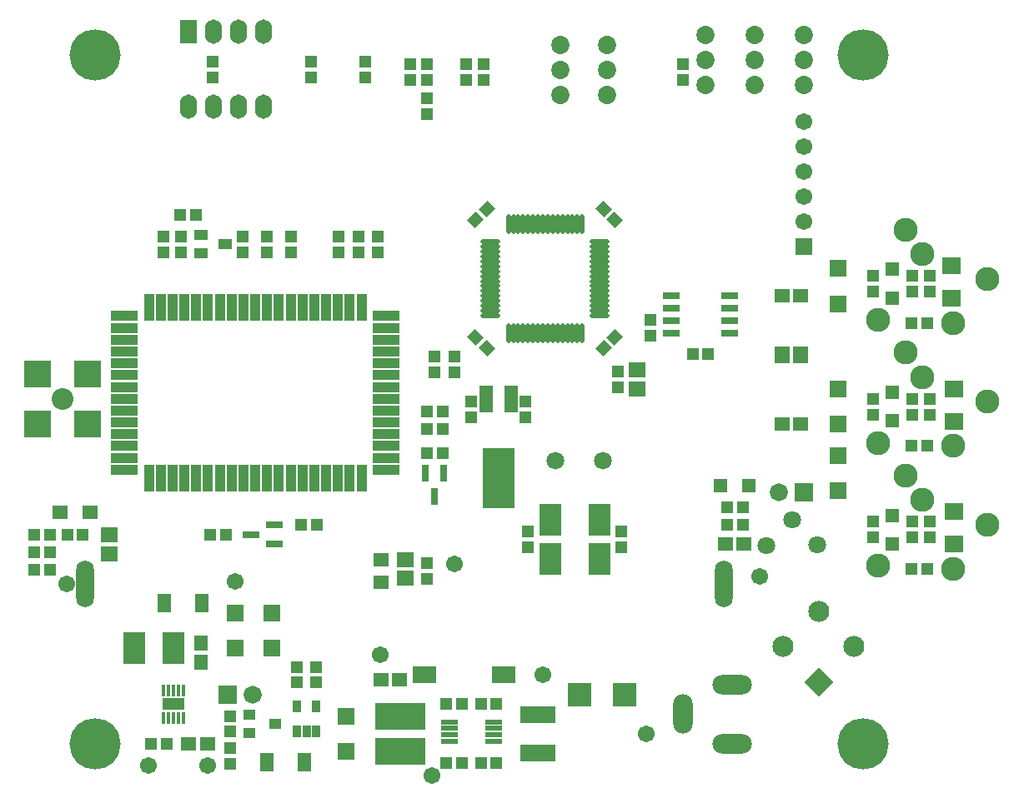
<source format=gts>
G04 Layer_Color=8388736*
%FSTAX24Y24*%
%MOIN*%
G70*
G01*
G75*
%ADD98R,0.0454X0.0474*%
%ADD99R,0.0592X0.0580*%
%ADD100R,0.0474X0.0454*%
%ADD101R,0.0552X0.0552*%
%ADD102R,0.0592X0.0671*%
%ADD103R,0.0690X0.0671*%
%ADD104R,0.0630X0.0580*%
%ADD105R,0.0671X0.0592*%
%ADD106R,0.0730X0.0680*%
%ADD107C,0.0671*%
%ADD108R,0.0946X0.0690*%
%ADD109R,0.0552X0.0552*%
%ADD110R,0.0980X0.0980*%
%ADD111R,0.1434X0.0678*%
%ADD112R,0.0671X0.0237*%
%ADD113R,0.2009X0.1084*%
%ADD114R,0.0336X0.0474*%
%ADD115R,0.0552X0.0730*%
%ADD116R,0.0178X0.0474*%
%ADD117R,0.0178X0.0474*%
%ADD118R,0.0867X0.0474*%
%ADD119R,0.0474X0.0395*%
%ADD120R,0.0580X0.0592*%
%ADD121R,0.0690X0.0316*%
%ADD122R,0.0867X0.1261*%
%ADD123R,0.0395X0.1064*%
%ADD124R,0.1064X0.0395*%
%ADD125R,0.0552X0.0415*%
G04:AMPARAMS|DCode=126|XSize=45.4mil|YSize=47.4mil|CornerRadius=0mil|HoleSize=0mil|Usage=FLASHONLY|Rotation=45.000|XOffset=0mil|YOffset=0mil|HoleType=Round|Shape=Rectangle|*
%AMROTATEDRECTD126*
4,1,4,0.0007,-0.0328,-0.0328,0.0007,-0.0007,0.0328,0.0328,-0.0007,0.0007,-0.0328,0.0*
%
%ADD126ROTATEDRECTD126*%

G04:AMPARAMS|DCode=127|XSize=45.4mil|YSize=47.4mil|CornerRadius=0mil|HoleSize=0mil|Usage=FLASHONLY|Rotation=315.000|XOffset=0mil|YOffset=0mil|HoleType=Round|Shape=Rectangle|*
%AMROTATEDRECTD127*
4,1,4,-0.0328,-0.0007,0.0007,0.0328,0.0328,0.0007,-0.0007,-0.0328,-0.0328,-0.0007,0.0*
%
%ADD127ROTATEDRECTD127*%

%ADD128O,0.0789X0.0198*%
%ADD129O,0.0198X0.0789*%
%ADD130R,0.0316X0.0690*%
%ADD131R,0.0530X0.1064*%
%ADD132R,0.1261X0.2442*%
%ADD133R,0.0671X0.0277*%
%ADD134R,0.0720X0.0720*%
%ADD135C,0.0720*%
%ADD136C,0.0867*%
%ADD137R,0.1064X0.1064*%
%ADD138R,0.1064X0.1064*%
%ADD139C,0.0730*%
%ADD140C,0.2049*%
%ADD141O,0.0781X0.1580*%
%ADD142O,0.1580X0.0781*%
%ADD143P,0.1188X4X90.0*%
%ADD144C,0.0840*%
%ADD145C,0.0966*%
G04:AMPARAMS|DCode=146|XSize=71mil|YSize=71mil|CornerRadius=35.5mil|HoleSize=0mil|Usage=FLASHONLY|Rotation=90.000|XOffset=0mil|YOffset=0mil|HoleType=Round|Shape=RoundedRectangle|*
%AMROUNDEDRECTD146*
21,1,0.0710,0.0000,0,0,90.0*
21,1,0.0000,0.0710,0,0,90.0*
1,1,0.0710,0.0000,0.0000*
1,1,0.0710,0.0000,0.0000*
1,1,0.0710,0.0000,0.0000*
1,1,0.0710,0.0000,0.0000*
%
%ADD146ROUNDEDRECTD146*%
%ADD147R,0.0671X0.0671*%
%ADD148O,0.0680X0.0980*%
%ADD149R,0.0680X0.0980*%
%ADD150C,0.0710*%
%ADD151O,0.0710X0.1891*%
D98*
X256496Y194862D02*
D03*
Y195492D02*
D03*
X255512Y194862D02*
D03*
Y195492D02*
D03*
X260138Y195492D02*
D03*
Y194862D02*
D03*
X25935Y194862D02*
D03*
Y195492D02*
D03*
X260925Y194862D02*
D03*
Y195492D02*
D03*
X25502Y175669D02*
D03*
Y176299D02*
D03*
X262894Y182402D02*
D03*
Y181772D02*
D03*
X282972Y188366D02*
D03*
Y188996D02*
D03*
X282283Y188996D02*
D03*
Y188366D02*
D03*
X280709Y188996D02*
D03*
Y188366D02*
D03*
X282972Y183445D02*
D03*
Y184075D02*
D03*
X282283D02*
D03*
Y183445D02*
D03*
X280709Y184075D02*
D03*
Y183445D02*
D03*
X282972Y193287D02*
D03*
Y193917D02*
D03*
X282283Y193917D02*
D03*
Y193287D02*
D03*
X280709Y193917D02*
D03*
Y193287D02*
D03*
X258465Y177638D02*
D03*
Y178268D02*
D03*
X257677Y177638D02*
D03*
Y178268D02*
D03*
X25502Y17439D02*
D03*
Y17502D02*
D03*
X252362Y194862D02*
D03*
Y195492D02*
D03*
X253051Y194862D02*
D03*
Y195492D02*
D03*
X257441Y194843D02*
D03*
Y195472D02*
D03*
X254331Y20248D02*
D03*
Y20185D02*
D03*
X260433Y20248D02*
D03*
Y20185D02*
D03*
X258268Y20248D02*
D03*
Y20185D02*
D03*
X262205Y202382D02*
D03*
Y201752D02*
D03*
X262894Y201752D02*
D03*
Y202382D02*
D03*
Y200374D02*
D03*
Y201004D02*
D03*
X265157Y201752D02*
D03*
Y202382D02*
D03*
X264468Y201752D02*
D03*
Y202382D02*
D03*
X263189Y190669D02*
D03*
Y190039D02*
D03*
X263976Y190039D02*
D03*
Y190669D02*
D03*
X266929Y183681D02*
D03*
Y183051D02*
D03*
X270669Y183051D02*
D03*
Y183681D02*
D03*
X266831Y188268D02*
D03*
Y188898D02*
D03*
X264665Y188268D02*
D03*
Y188898D02*
D03*
X271811Y191535D02*
D03*
Y192165D02*
D03*
X270512Y189449D02*
D03*
Y190079D02*
D03*
X27313Y201752D02*
D03*
Y202382D02*
D03*
D99*
X274821Y183172D02*
D03*
X275569D02*
D03*
X277084Y187995D02*
D03*
X277833Y187995D02*
D03*
X277084Y193113D02*
D03*
X277833D02*
D03*
X261041Y177759D02*
D03*
X261789D02*
D03*
X253364Y1752D02*
D03*
X254112D02*
D03*
X249409Y184449D02*
D03*
X248228D02*
D03*
D100*
X275512Y183957D02*
D03*
X274882D02*
D03*
X275512Y184646D02*
D03*
X274882Y184646D02*
D03*
X282264Y187106D02*
D03*
X282894D02*
D03*
X282264Y182185D02*
D03*
X282894D02*
D03*
X282264Y192028D02*
D03*
X282894D02*
D03*
X265039Y176772D02*
D03*
X265669D02*
D03*
X263661Y174409D02*
D03*
X264291D02*
D03*
X265039D02*
D03*
X265669D02*
D03*
X263661Y176772D02*
D03*
X264291D02*
D03*
X25248Y175197D02*
D03*
X25185D02*
D03*
X247815Y182165D02*
D03*
X247185D02*
D03*
X247815Y182854D02*
D03*
X247185Y182854D02*
D03*
X247815Y183543D02*
D03*
X247185Y183543D02*
D03*
X249134Y183563D02*
D03*
X248504D02*
D03*
X254843D02*
D03*
X254213D02*
D03*
X258484Y183957D02*
D03*
X257854D02*
D03*
X253031Y196358D02*
D03*
X253661D02*
D03*
X274134Y190787D02*
D03*
X273504D02*
D03*
X262874Y186811D02*
D03*
X263504D02*
D03*
X263504Y187795D02*
D03*
X262874D02*
D03*
X263504Y188484D02*
D03*
X262874D02*
D03*
D101*
X275768Y185532D02*
D03*
X274626Y185532D02*
D03*
D102*
X277084Y190751D02*
D03*
X277833D02*
D03*
D103*
X279331Y194213D02*
D03*
Y192795D02*
D03*
Y185315D02*
D03*
Y186732D02*
D03*
Y18939D02*
D03*
Y187972D02*
D03*
X259646Y176299D02*
D03*
Y174882D02*
D03*
X256693Y179016D02*
D03*
Y180433D02*
D03*
X255217D02*
D03*
Y179016D02*
D03*
D104*
X261044Y182537D02*
D03*
Y181637D02*
D03*
D105*
X262011Y182561D02*
D03*
Y181813D02*
D03*
X2502Y183545D02*
D03*
Y182797D02*
D03*
X271302Y19014D02*
D03*
Y189392D02*
D03*
D106*
X283858Y194312D02*
D03*
Y193012D02*
D03*
X283957Y184469D02*
D03*
X283957Y183169D02*
D03*
Y189391D02*
D03*
Y188091D02*
D03*
D107*
X263086Y173919D02*
D03*
X255212Y181694D02*
D03*
X263972Y182383D02*
D03*
X271654Y175591D02*
D03*
X267515Y177954D02*
D03*
X261019Y178742D02*
D03*
X251767Y174312D02*
D03*
X254129D02*
D03*
X248499Y181596D02*
D03*
X27618Y181885D02*
D03*
X277953Y196079D02*
D03*
Y197079D02*
D03*
Y198079D02*
D03*
Y199079D02*
D03*
Y200079D02*
D03*
D108*
X262795Y177953D02*
D03*
X265945D02*
D03*
D109*
X281496Y189252D02*
D03*
X281496Y18811D02*
D03*
X281496Y184331D02*
D03*
X281496Y183189D02*
D03*
X281496Y194173D02*
D03*
X281496Y193032D02*
D03*
D110*
X270782Y177165D02*
D03*
X268982D02*
D03*
D111*
X267323Y176364D02*
D03*
Y174817D02*
D03*
D112*
X26378Y176063D02*
D03*
Y175807D02*
D03*
Y175551D02*
D03*
X26378Y175295D02*
D03*
X265551Y176063D02*
D03*
Y175807D02*
D03*
Y175551D02*
D03*
Y175295D02*
D03*
D113*
X261811Y176289D02*
D03*
Y174892D02*
D03*
D114*
X258445Y175669D02*
D03*
X258071D02*
D03*
X257697D02*
D03*
X258445Y176693D02*
D03*
X257697D02*
D03*
D115*
X256494Y174449D02*
D03*
X257994D02*
D03*
X2539Y180807D02*
D03*
X2524D02*
D03*
D116*
X252362Y177323D02*
D03*
X252953D02*
D03*
X252559D02*
D03*
Y17622D02*
D03*
X252756D02*
D03*
X252953D02*
D03*
X25315D02*
D03*
X252756Y177323D02*
D03*
X252362Y17622D02*
D03*
D117*
X25315Y177323D02*
D03*
D118*
X252756Y176772D02*
D03*
D119*
X256811Y175984D02*
D03*
X255787Y17561D02*
D03*
Y176358D02*
D03*
D120*
X253841Y179215D02*
D03*
Y178467D02*
D03*
D121*
X255837Y183563D02*
D03*
X256791Y183937D02*
D03*
Y183189D02*
D03*
D122*
X252756Y179035D02*
D03*
X251181D02*
D03*
X269783Y182579D02*
D03*
X269783Y184154D02*
D03*
X267815D02*
D03*
Y182579D02*
D03*
D123*
X260276Y192638D02*
D03*
X259803D02*
D03*
X259331D02*
D03*
X258858D02*
D03*
X258386D02*
D03*
X257913D02*
D03*
X257441D02*
D03*
X256968D02*
D03*
X256496D02*
D03*
X256024D02*
D03*
X255551D02*
D03*
X255079D02*
D03*
X254606D02*
D03*
X254134D02*
D03*
X253661D02*
D03*
X253189D02*
D03*
X252717D02*
D03*
X252244D02*
D03*
X251772D02*
D03*
X256024Y185827D02*
D03*
X251772D02*
D03*
X252244D02*
D03*
X252717D02*
D03*
X253189D02*
D03*
X253661D02*
D03*
X254134D02*
D03*
X254606D02*
D03*
X255079D02*
D03*
X255551D02*
D03*
X256496D02*
D03*
X256968D02*
D03*
X257441D02*
D03*
X257913D02*
D03*
X258386D02*
D03*
X258858D02*
D03*
X259331D02*
D03*
X259803D02*
D03*
X260276D02*
D03*
D124*
X26126Y186161D02*
D03*
Y186634D02*
D03*
Y187106D02*
D03*
Y187579D02*
D03*
Y188051D02*
D03*
Y188524D02*
D03*
Y188996D02*
D03*
Y189468D02*
D03*
Y189941D02*
D03*
Y190413D02*
D03*
Y190886D02*
D03*
Y191358D02*
D03*
Y191831D02*
D03*
Y192303D02*
D03*
X250787D02*
D03*
Y191831D02*
D03*
Y191358D02*
D03*
Y190886D02*
D03*
Y190413D02*
D03*
Y189941D02*
D03*
Y189468D02*
D03*
Y188996D02*
D03*
Y188524D02*
D03*
Y188051D02*
D03*
Y187579D02*
D03*
Y187106D02*
D03*
Y186634D02*
D03*
Y186161D02*
D03*
D125*
X253839Y195551D02*
D03*
X253841Y194807D02*
D03*
X254823Y195177D02*
D03*
D126*
X269954Y196581D02*
D03*
X2704Y196136D02*
D03*
X264836Y191463D02*
D03*
X265282Y191017D02*
D03*
D127*
X265282Y196581D02*
D03*
X264836Y196136D02*
D03*
X2704Y191463D02*
D03*
X269954Y191017D02*
D03*
D128*
X265433Y192323D02*
D03*
Y19252D02*
D03*
Y192717D02*
D03*
Y192913D02*
D03*
Y19311D02*
D03*
Y193307D02*
D03*
X265433Y193504D02*
D03*
Y193701D02*
D03*
X265433Y193898D02*
D03*
Y194094D02*
D03*
Y194291D02*
D03*
Y194488D02*
D03*
Y194685D02*
D03*
X265433Y194882D02*
D03*
Y195079D02*
D03*
X265433Y195276D02*
D03*
X269803Y195276D02*
D03*
Y195079D02*
D03*
Y194882D02*
D03*
Y194685D02*
D03*
Y194488D02*
D03*
Y194291D02*
D03*
Y194094D02*
D03*
Y193898D02*
D03*
Y193701D02*
D03*
Y193504D02*
D03*
Y193307D02*
D03*
X269803Y19311D02*
D03*
Y192913D02*
D03*
X269803Y192717D02*
D03*
Y19252D02*
D03*
Y192323D02*
D03*
D129*
X266142Y195984D02*
D03*
X266339Y195984D02*
D03*
X266535D02*
D03*
X266732Y195984D02*
D03*
X266929D02*
D03*
X267126D02*
D03*
X267323D02*
D03*
X26752D02*
D03*
X267717Y195984D02*
D03*
X267913D02*
D03*
X26811D02*
D03*
X268307Y195984D02*
D03*
X268504D02*
D03*
X268701D02*
D03*
X268898D02*
D03*
X269094D02*
D03*
Y191614D02*
D03*
X268898D02*
D03*
X268701D02*
D03*
X268504Y191614D02*
D03*
X268307D02*
D03*
X26811Y191614D02*
D03*
X267913D02*
D03*
X267717D02*
D03*
X26752D02*
D03*
X267323D02*
D03*
X267126D02*
D03*
X266929D02*
D03*
X266732D02*
D03*
X266535D02*
D03*
X266339D02*
D03*
X266142Y191614D02*
D03*
D130*
X263189Y185069D02*
D03*
X262815Y186024D02*
D03*
X263563D02*
D03*
D131*
X266256Y188976D02*
D03*
X265256D02*
D03*
D132*
X265756Y185827D02*
D03*
D133*
X275Y19161D02*
D03*
X272638Y19211D02*
D03*
Y19311D02*
D03*
X275Y19261D02*
D03*
Y19211D02*
D03*
X272638Y19261D02*
D03*
X275Y19311D02*
D03*
X272638Y19161D02*
D03*
D134*
X277955Y185239D02*
D03*
X254917Y177163D02*
D03*
D135*
X276955Y185239D02*
D03*
X255917Y177163D02*
D03*
D136*
X248327Y188976D02*
D03*
D137*
X249327Y187976D02*
D03*
X247327Y189976D02*
D03*
D138*
X249327D02*
D03*
X247327Y187976D02*
D03*
D139*
X268209Y203165D02*
D03*
Y201165D02*
D03*
Y202165D02*
D03*
X270079Y203165D02*
D03*
Y201165D02*
D03*
Y202165D02*
D03*
X274016Y201559D02*
D03*
Y203559D02*
D03*
Y202559D02*
D03*
X277953Y203559D02*
D03*
Y201559D02*
D03*
Y202559D02*
D03*
X275984Y203559D02*
D03*
X275984Y201559D02*
D03*
Y202559D02*
D03*
D140*
X280315Y202756D02*
D03*
Y175197D02*
D03*
X249606D02*
D03*
Y202756D02*
D03*
D141*
X27313Y176378D02*
D03*
D142*
X275098Y175197D02*
D03*
Y177559D02*
D03*
D143*
X278543Y177657D02*
D03*
D144*
X279958Y179072D02*
D03*
X278543Y180486D02*
D03*
X277129Y179072D02*
D03*
D145*
X285295Y183957D02*
D03*
X283917Y182185D02*
D03*
X280935Y182303D02*
D03*
X282028Y185925D02*
D03*
X282687Y184941D02*
D03*
X285295Y193799D02*
D03*
X283917Y192028D02*
D03*
X280935Y192146D02*
D03*
X282028Y195768D02*
D03*
X282687Y194783D02*
D03*
X285295Y188878D02*
D03*
X283917Y187106D02*
D03*
X280935Y187224D02*
D03*
X282028Y190846D02*
D03*
X282687Y189862D02*
D03*
D146*
X268012Y186516D02*
D03*
X269932D02*
D03*
D147*
X277953Y195079D02*
D03*
D148*
X253346Y200689D02*
D03*
X254346D02*
D03*
X255346D02*
D03*
X256346D02*
D03*
X254346Y203689D02*
D03*
X255346D02*
D03*
X256346D02*
D03*
D149*
X253346D02*
D03*
D150*
X276451Y183134D02*
D03*
X277471Y184154D02*
D03*
X278481Y183144D02*
D03*
D151*
X249213Y181594D02*
D03*
X274764Y181594D02*
D03*
M02*

</source>
